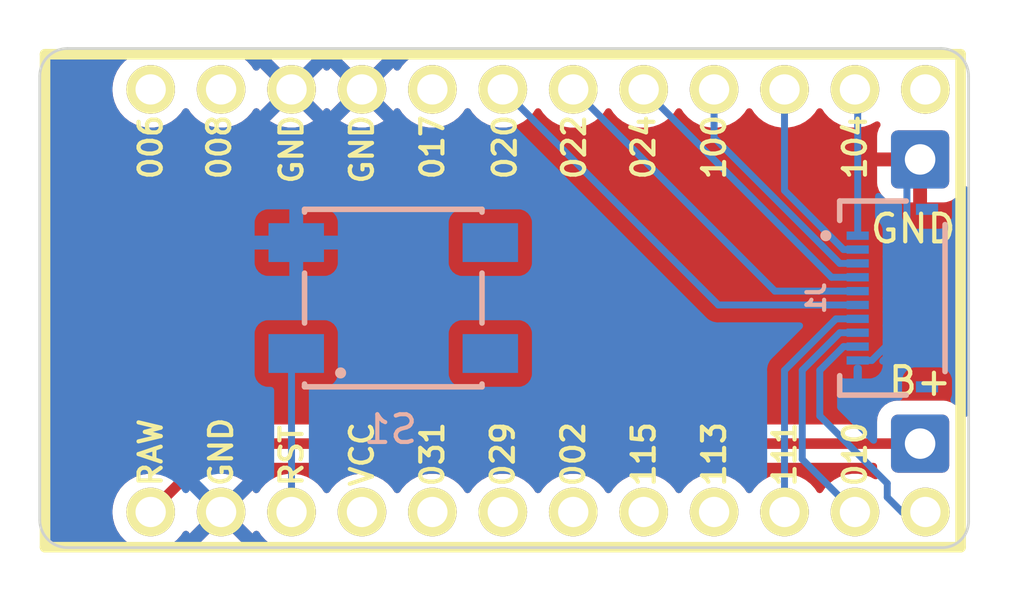
<source format=kicad_pcb>
(kicad_pcb (version 20221018) (generator pcbnew)
  (layers (0 "F.Cu" signal) (31 "B.Cu" signal) (34 "B.Paste" user) (35 "F.Paste" user) (36 "B.SilkS" user "B.Silkscreen") (37 "F.SilkS" user "F.Silkscreen") (38 "B.Mask" user) (39 "F.Mask" user) (44 "Edge.Cuts" user))
  (net 0 "")
  (net 1 "Column1")
  (net 2 "Column2")
  (net 3 "Column3")
  (net 4 "Column4")
  (net 5 "Column5")
  (net 6 "Column6")
  (net 7 "Row3")
  (net 8 "Row2")
  (net 9 "Row1")
  (net 10 "GND")
  (net 11 "B+")
  (net 12 "Net-(U1-RST)")
  (net 15 "Row8")
  (net 16 "Row7")
  (net 17 "Row6")
  (net 18 "Row5")
  (net 19 "Row4")
  (net 20 "Column7")
  (footprint "Connector_Wire:SolderWire-0.5sqmm_1x01_D0.9mm_OD2.1mm" (layer "F.Cu") (at 131.75 114.25)
    (fp_text reference "B+" (at 0 -2.25) (layer "F.SilkS"))
    (fp_text value "Conn_01x01" hide)
    (pad "1" thru_hole roundrect (at 0 0) (size 2.1 2.1) (drill 1.1) (layers "*.Cu" "*.Mask") (roundrect_rratio 0.119048) (net 11 "B+"))
  )
  (footprint "nice_nano:nice_nano" (layer "F.Cu") (at 113.97 109.095)
    (fp_text reference "U1" hide)
    (fp_text value "nice_nano" hide)
    (fp_text user "GND" (at -4.89 -5.461 90) (layer "F.SilkS") (effects (font (size 0.8 0.8))))
    (fp_text user "RAW" (at -9.97 5.473715 90) (layer "F.SilkS") (effects (font (size 0.8 0.8))))
    (fp_text user "029" (at 2.73 5.537191 90) (layer "F.SilkS") (effects (font (size 0.8 0.8))))
    (fp_text user "022" (at 5.3 -5.53719 90) (layer "F.SilkS") (effects (font (size 0.8 0.8))))
    (fp_text user "GND" (at -2.35 -5.461 90) (layer "F.SilkS") (effects (font (size 0.8 0.8))))
    (fp_text user "020" (at 2.8 -5.53719 90) (layer "F.SilkS") (effects (font (size 0.8 0.8))))
    (fp_text user "GND" (at -7.43 5.454667 90) (layer "F.SilkS") (effects (font (size 0.8 0.8))))
    (fp_text user "113" (at 10.35 5.537191 90) (layer "F.SilkS") (effects (font (size 0.8 0.8))))
    (fp_text user "100" (at 10.35 -5.53719 90) (layer "F.SilkS") (effects (font (size 0.8 0.8))))
    (fp_text user "002" (at 5.27 5.537191 90) (layer "F.SilkS") (effects (font (size 0.8 0.8))))
    (fp_text user "VCC" (at -2.35 5.537191 90) (layer "F.SilkS") (effects (font (size 0.8 0.8))))
    (fp_text user "010" (at 15.43 5.537191 90) (layer "F.SilkS") (effects (font (size 0.8 0.8))))
    (fp_text user "104" (at 15.43 -5.53719 90) (layer "F.SilkS") (effects (font (size 0.8 0.8))))
    (fp_text user "111" (at 12.89 5.537191 90) (layer "F.SilkS") (effects (font (size 0.8 0.8))))
    (fp_text user "RST" (at -4.89 5.588 90) (layer "F.SilkS") (effects (font (size 0.8 0.8))))
    (fp_text user "115" (at 7.81 5.537191 90) (layer "F.SilkS") (effects (font (size 0.8 0.8))))
    (fp_text user "031" (at 0.19 5.537191 90) (layer "F.SilkS") (effects (font (size 0.8 0.8))))
    (fp_text user "008" (at -7.5 -5.53719 90) (layer "F.SilkS") (effects (font (size 0.8 0.8))))
    (fp_text user "017" (at 0.19 -5.53719 90) (layer "F.SilkS") (effects (font (size 0.8 0.8))))
    (fp_text user "024" (at 7.8 -5.53719 90) (layer "F.SilkS") (effects (font (size 0.8 0.8))))
    (fp_text user "006" (at -9.97 -5.53719 90) (layer "F.SilkS") (effects (font (size 0.8 0.8))))
    (fp_line (start -13.78 -8.89) (end 19.24 -8.89) (stroke (width 0.381)) (layer "F.SilkS"))
    (fp_line (start -13.78 8.89) (end -13.78 -8.89) (stroke (width 0.381)) (layer "F.SilkS"))
    (fp_line (start 19.24 -8.89) (end 19.24 8.89) (stroke (width 0.381)) (layer "F.SilkS"))
    (fp_line (start 19.24 8.89) (end -13.78 8.89) (stroke (width 0.381)) (layer "F.SilkS"))
    (pad "1" thru_hole circle (at -9.97 -7.62 180) (size 1.7526 1.7526) (drill 1.0922) (layers "*.Cu" "*.Mask" "F.SilkS"))
    (pad "2" thru_hole circle (at -7.43 -7.62 180) (size 1.7526 1.7526) (drill 1.0922) (layers "*.Cu" "*.Mask" "F.SilkS"))
    (pad "3" thru_hole circle (at -4.89 -7.62 180) (size 1.7526 1.7526) (drill 1.0922) (layers "*.Cu" "*.Mask" "F.SilkS") (net 10 "GND"))
    (pad "4" thru_hole circle (at -2.35 -7.62 180) (size 1.7526 1.7526) (drill 1.0922) (layers "*.Cu" "*.Mask" "F.SilkS") (net 10 "GND"))
    (pad "5" thru_hole circle (at 0.19 -7.62 180) (size 1.7526 1.7526) (drill 1.0922) (layers "*.Cu" "*.Mask" "F.SilkS") (net 20 "Column7"))
    (pad "6" thru_hole circle (at 2.73 -7.62 180) (size 1.7526 1.7526) (drill 1.0922) (layers "*.Cu" "*.Mask" "F.SilkS") (net 6 "Column6"))
    (pad "7" thru_hole circle (at 5.27 -7.62 180) (size 1.7526 1.7526) (drill 1.0922) (layers "*.Cu" "*.Mask" "F.SilkS") (net 5 "Column5"))
    (pad "8" thru_hole circle (at 7.81 -7.62 180) (size 1.7526 1.7526) (drill 1.0922) (layers "*.Cu" "*.Mask" "F.SilkS") (net 4 "Column4"))
    (pad "9" thru_hole circle (at 10.35 -7.62 180) (size 1.7526 1.7526) (drill 1.0922) (layers "*.Cu" "*.Mask" "F.SilkS") (net 3 "Column3"))
    (pad "10" thru_hole circle (at 12.89 -7.62 180) (size 1.7526 1.7526) (drill 1.0922) (layers "*.Cu" "*.Mask" "F.SilkS") (net 2 "Column2"))
    (pad "11" thru_hole circle (at 15.43 -7.62 180) (size 1.7526 1.7526) (drill 1.0922) (layers "*.Cu" "*.Mask" "F.SilkS") (net 1 "Column1"))
    (pad "12" thru_hole circle (at 17.97 -7.62 180) (size 1.7526 1.7526) (drill 1.0922) (layers "*.Cu" "*.Mask" "F.SilkS"))
    (pad "13" thru_hole circle (at 17.97 7.62 180) (size 1.7526 1.7526) (drill 1.0922) (layers "*.Cu" "*.Mask" "F.SilkS") (net 9 "Row1"))
    (pad "14" thru_hole circle (at 15.43 7.62 180) (size 1.7526 1.7526) (drill 1.0922) (layers "*.Cu" "*.Mask" "F.SilkS") (net 8 "Row2"))
    (pad "15" thru_hole circle (at 12.89 7.62 180) (size 1.7526 1.7526) (drill 1.0922) (layers "*.Cu" "*.Mask" "F.SilkS") (net 7 "Row3"))
    (pad "16" thru_hole circle (at 10.35 7.62 180) (size 1.7526 1.7526) (drill 1.0922) (layers "*.Cu" "*.Mask" "F.SilkS") (net 19 "Row4"))
    (pad "17" thru_hole circle (at 7.81 7.62 180) (size 1.7526 1.7526) (drill 1.0922) (layers "*.Cu" "*.Mask" "F.SilkS") (net 18 "Row5"))
    (pad "18" thru_hole circle (at 5.27 7.62 180) (size 1.7526 1.7526) (drill 1.0922) (layers "*.Cu" "*.Mask" "F.SilkS") (net 17 "Row6"))
    (pad "19" thru_hole circle (at 2.73 7.62 180) (size 1.7526 1.7526) (drill 1.0922) (layers "*.Cu" "*.Mask" "F.SilkS") (net 16 "Row7"))
    (pad "20" thru_hole circle (at 0.19 7.62 180) (size 1.7526 1.7526) (drill 1.0922) (layers "*.Cu" "*.Mask" "F.SilkS") (net 15 "Row8"))
    (pad "21" thru_hole circle (at -2.35 7.62 180) (size 1.7526 1.7526) (drill 1.0922) (layers "*.Cu" "*.Mask" "F.SilkS"))
    (pad "22" thru_hole circle (at -4.89 7.62 180) (size 1.7526 1.7526) (drill 1.0922) (layers "*.Cu" "*.Mask" "F.SilkS") (net 12 "Net-(U1-RST)"))
    (pad "23" thru_hole circle (at -7.43 7.62 180) (size 1.7526 1.7526) (drill 1.0922) (layers "*.Cu" "*.Mask" "F.SilkS") (net 10 "GND"))
    (pad "24" thru_hole circle (at -9.97 7.62 180) (size 1.7526 1.7526) (drill 1.0922) (layers "*.Cu" "*.Mask" "F.SilkS") (net 11 "B+"))
  )
  (footprint "Connector_Wire:SolderWire-0.5sqmm_1x01_D0.9mm_OD2.1mm" (layer "F.Cu") (at 131.75 104)
    (fp_text reference "GND" (at -0.25 2.5) (layer "F.SilkS"))
    (fp_text value "Conn_01x01" hide)
    (pad "1" thru_hole roundrect (at 0 0) (size 2.1 2.1) (drill 1.1) (layers "*.Cu" "*.Mask") (roundrect_rratio 0.119048) (net 10 "GND"))
  )
  (footprint "ResetSwitch:430471035826" (layer "B.Cu") (at 112.75 109)
    (property "VALUE" "430471035826")
    (fp_text reference "S1" (at -0.1 4.735) (layer "B.SilkS") (effects (justify mirror)))
    (fp_text value "430471035826")
    (fp_line (start -3.2 -3.2) (end 3.2 -3.2) (stroke (width 0.2)) (layer "B.SilkS"))
    (fp_line (start -3.2 -3.1) (end -3.2 -3.2) (stroke (width 0.2)) (layer "B.SilkS"))
    (fp_line (start -3.2 0.9) (end -3.2 -0.9) (stroke (width 0.2)) (layer "B.SilkS"))
    (fp_line (start -3.2 3.1) (end -3.2 3.2) (stroke (width 0.2)) (layer "B.SilkS"))
    (fp_line (start -3.2 3.2) (end 3.2 3.2) (stroke (width 0.2)) (layer "B.SilkS"))
    (fp_line (start 3.2 -3.2) (end 3.2 -3.1) (stroke (width 0.2)) (layer "B.SilkS"))
    (fp_line (start 3.2 0.9) (end 3.2 -0.9) (stroke (width 0.2)) (layer "B.SilkS"))
    (fp_line (start 3.2 3.2) (end 3.2 3.1) (stroke (width 0.2)) (layer "B.SilkS"))
    (fp_circle (center -1.9 2.7) (end -1.8 2.7) (stroke (width 0.2)) (fill none) (layer "B.SilkS"))
    (pad "1" smd rect (at -3.5 2) (size 2 1.4) (layers "B.Cu" "B.Paste" "B.Mask") (net 12 "Net-(U1-RST)"))
    (pad "2" smd rect (at 3.5 2) (size 2 1.4) (layers "B.Cu" "B.Paste" "B.Mask"))
    (pad "3" smd rect (at -3.5 -2) (size 2 1.4) (layers "B.Cu" "B.Paste" "B.Mask") (net 10 "GND"))
    (pad "4" smd rect (at 3.5 -2) (size 2 1.4) (layers "B.Cu" "B.Paste" "B.Mask"))
  )
  (footprint "connector:GCT_FFC2B28-10-G" (layer "B.Cu") (at 130.75 109 -90)
    (fp_text reference "J1" (at 0 2.75 90) (layer "B.SilkS") (effects (font (size 0.64 0.64)) (justify mirror)))
    (fp_text value "Conn_01x10_Socket" hide)
    (fp_line (start -3.5 -0.5) (end -3.5 1.9) (stroke (width 0.2)) (layer "B.SilkS"))
    (fp_line (start -3.5 1.9) (end -2.8 1.9) (stroke (width 0.2)) (layer "B.SilkS"))
    (fp_line (start -2.65 -1.9) (end 2.65 -1.9) (stroke (width 0.2)) (layer "B.SilkS"))
    (fp_line (start 2.8 1.9) (end 3.5 1.9) (stroke (width 0.2)) (layer "B.SilkS"))
    (fp_line (start 3.5 1.9) (end 3.5 -0.5) (stroke (width 0.2)) (layer "B.SilkS"))
    (fp_circle (center -2.25 2.4) (end -2.15 2.4) (stroke (width 0.2)) (fill none) (layer "B.SilkS"))
    (pad "1" smd rect (at -2.25 1.25 270) (size 0.3 0.8) (layers "B.Cu" "B.Paste" "B.Mask") (net 1 "Column1"))
    (pad "2" smd rect (at -1.75 1.25 270) (size 0.3 0.8) (layers "B.Cu" "B.Paste" "B.Mask") (net 2 "Column2"))
    (pad "3" smd rect (at -1.25 1.25 270) (size 0.3 0.8) (layers "B.Cu" "B.Paste" "B.Mask") (net 3 "Column3"))
    (pad "4" smd rect (at -0.75 1.25 270) (size 0.3 0.8) (layers "B.Cu" "B.Paste" "B.Mask") (net 4 "Column4"))
    (pad "5" smd rect (at -0.25 1.25 270) (size 0.3 0.8) (layers "B.Cu" "B.Paste" "B.Mask") (net 5 "Column5"))
    (pad "6" smd rect (at 0.25 1.25 270) (size 0.3 0.8) (layers "B.Cu" "B.Paste" "B.Mask") (net 6 "Column6"))
    (pad "7" smd rect (at 0.75 1.25 270) (size 0.3 0.8) (layers "B.Cu" "B.Paste" "B.Mask") (net 7 "Row3"))
    (pad "8" smd rect (at 1.25 1.25 270) (size 0.3 0.8) (layers "B.Cu" "B.Paste" "B.Mask") (net 8 "Row2"))
    (pad "9" smd rect (at 1.75 1.25 270) (size 0.3 0.8) (layers "B.Cu" "B.Paste" "B.Mask") (net 9 "Row1"))
    (pad "10" smd rect (at 2.25 1.25 270) (size 0.3 0.8) (layers "B.Cu" "B.Paste" "B.Mask") (net 10 "GND"))
    (pad "S1" smd rect (at -3.2 -1.25 270) (size 0.4 0.8) (layers "B.Cu" "B.Paste" "B.Mask"))
    (pad "S2" smd rect (at 3.2 -1.25 270) (size 0.4 0.8) (layers "B.Cu" "B.Paste" "B.Mask"))
  )
  (gr_line (start 133.5 101) (end 133.50096 117.042893) (stroke (width 0.1)) (layer "Edge.Cuts"))
  (gr_line (start 101 118) (end 132.5 118) (stroke (width 0.1)) (layer "Edge.Cuts"))
  (gr_line (start 101 100) (end 132.5 100) (stroke (width 0.1)) (layer "Edge.Cuts"))
  (gr_line (start 100 101) (end 100 117) (stroke (width 0.1)) (layer "Edge.Cuts"))
  (gr_arc (start 133.50096 117.042893) (mid 133.20501 117.735348) (end 132.5 117.999999) (stroke (width 0.1)) (layer "Edge.Cuts"))
  (gr_arc (start 132.5 100) (mid 133.207107 100.292893) (end 133.5 101) (stroke (width 0.1)) (layer "Edge.Cuts"))
  (gr_arc (start 100 101) (mid 100.292893 100.292893) (end 101 100) (stroke (width 0.1)) (layer "Edge.Cuts"))
  (gr_arc (start 101 118) (mid 100.292893 117.707107) (end 100 117) (stroke (width 0.1)) (layer "Edge.Cuts"))
  (segment (start 129.5 106.75) (end 129.5 101.575) (width 0.25) (layer "B.Cu") (net 1))
  (segment (start 129.5 101.575) (end 129.4 101.475) (width 0.25) (layer "B.Cu") (net 1))
  (segment (start 126.86 105.11962) (end 126.86 101.475) (width 0.25) (layer "B.Cu") (net 2))
  (segment (start 128.99038 107.25) (end 126.86 105.11962) (width 0.25) (layer "B.Cu") (net 2))
  (segment (start 129.5 107.25) (end 128.99038 107.25) (width 0.25) (layer "B.Cu") (net 2))
  (segment (start 128.853984 107.75) (end 124.32 103.216016) (width 0.25) (layer "B.Cu") (net 3))
  (segment (start 124.32 103.216016) (end 124.32 101.475) (width 0.25) (layer "B.Cu") (net 3))
  (segment (start 129.5 107.75) (end 128.853984 107.75) (width 0.25) (layer "B.Cu") (net 3))
  (segment (start 128.555 108.25) (end 121.78 101.475) (width 0.25) (layer "B.Cu") (net 4))
  (segment (start 129.5 108.25) (end 128.555 108.25) (width 0.25) (layer "B.Cu") (net 4))
  (segment (start 126.515 108.75) (end 119.24 101.475) (width 0.25) (layer "B.Cu") (net 5))
  (segment (start 129.5 108.75) (end 126.515 108.75) (width 0.25) (layer "B.Cu") (net 5))
  (segment (start 124.475 109.25) (end 116.7 101.475) (width 0.25) (layer "B.Cu") (net 6))
  (segment (start 129.5 109.25) (end 124.475 109.25) (width 0.25) (layer "B.Cu") (net 6))
  (segment (start 129.5 109.75) (end 128.717588 109.75) (width 0.25) (layer "B.Cu") (net 7))
  (segment (start 128.717588 109.75) (end 126.86 111.607588) (width 0.25) (layer "B.Cu") (net 7))
  (segment (start 126.86 111.607588) (end 126.86 116.715) (width 0.25) (layer "B.Cu") (net 7))
  (segment (start 129.5 110.25) (end 128.853984 110.25) (width 0.25) (layer "B.Cu") (net 8))
  (segment (start 128.853984 110.25) (end 127.5 111.603984) (width 0.25) (layer "B.Cu") (net 8))
  (segment (start 127.5 111.603984) (end 127.5 114.815) (width 0.25) (layer "B.Cu") (net 8))
  (segment (start 127.5 114.815) (end 129.4 116.715) (width 0.25) (layer "B.Cu") (net 8))
  (segment (start 128.132198 111.608182) (end 128.99038 110.75) (width 0.25) (layer "B.Cu") (net 9))
  (segment (start 130.566099 115.683901) (end 130.566099 116.183901) (width 0.25) (layer "B.Cu") (net 9))
  (segment (start 131.097198 116.715) (end 131.94 116.715) (width 0.25) (layer "B.Cu") (net 9))
  (segment (start 128.132198 113.25) (end 128.132198 111.608182) (width 0.25) (layer "B.Cu") (net 9))
  (segment (start 129.5 110.75) (end 128.99038 110.75) (width 0.25) (layer "B.Cu") (net 9))
  (segment (start 130.566099 116.183901) (end 131.097198 116.715) (width 0.25) (layer "B.Cu") (net 9))
  (segment (start 128.132198 113.25) (end 130.566099 115.683901) (width 0.25) (layer "B.Cu") (net 9))
  (segment (start 130.00962 111.25) (end 129.5 111.25) (width 0.25) (layer "B.Cu") (net 10))
  (segment (start 131.275 104.475) (end 131.275 109.98462) (width 0.25) (layer "B.Cu") (net 10))
  (segment (start 131.275 109.98462) (end 130.00962 111.25) (width 0.25) (layer "B.Cu") (net 10))
  (segment (start 131.75 104) (end 131.275 104.475) (width 0.25) (layer "B.Cu") (net 10))
  (segment (start 131.75 114.25) (end 106.465 114.25) (width 0.381) (layer "F.Cu") (net 11))
  (segment (start 106.465 114.25) (end 104 116.715) (width 0.381) (layer "F.Cu") (net 11))
  (segment (start 109.08 116.715) (end 109.08 111.17) (width 0.25) (layer "B.Cu") (net 12))
  (segment (start 109.08 111.17) (end 109.25 111) (width 0.25) (layer "B.Cu") (net 12))
  (zone (net 10) (net_name "GND") (layers "F&B.Cu") (connect_pads (clearance 0.5)) (min_thickness 0.25) (fill yes (thermal_gap 0.5) (thermal_bridge_width 0.5))
    (polygon (pts (xy 99 98.25) (xy 135.5 98.25) (xy 135.5 119.75) (xy 99 120)))
  )
)
</source>
